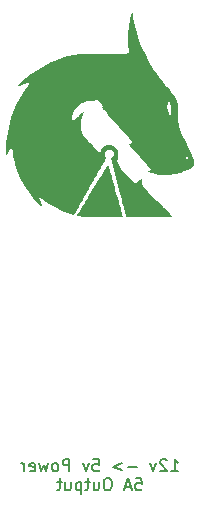
<source format=gbr>
%TF.GenerationSoftware,KiCad,Pcbnew,6.0.2+dfsg-1*%
%TF.CreationDate,2022-12-10T13:13:51-05:00*%
%TF.ProjectId,5v-8a-ps,35762d38-612d-4707-932e-6b696361645f,rev?*%
%TF.SameCoordinates,Original*%
%TF.FileFunction,Legend,Bot*%
%TF.FilePolarity,Positive*%
%FSLAX46Y46*%
G04 Gerber Fmt 4.6, Leading zero omitted, Abs format (unit mm)*
G04 Created by KiCad (PCBNEW 6.0.2+dfsg-1) date 2022-12-10 13:13:51*
%MOMM*%
%LPD*%
G01*
G04 APERTURE LIST*
%ADD10C,0.150000*%
G04 APERTURE END LIST*
D10*
X84763809Y-121567380D02*
X85335238Y-121567380D01*
X85049523Y-121567380D02*
X85049523Y-120567380D01*
X85144761Y-120710238D01*
X85240000Y-120805476D01*
X85335238Y-120853095D01*
X84382857Y-120662619D02*
X84335238Y-120615000D01*
X84240000Y-120567380D01*
X84001904Y-120567380D01*
X83906666Y-120615000D01*
X83859047Y-120662619D01*
X83811428Y-120757857D01*
X83811428Y-120853095D01*
X83859047Y-120995952D01*
X84430476Y-121567380D01*
X83811428Y-121567380D01*
X83478095Y-120900714D02*
X83240000Y-121567380D01*
X83001904Y-120900714D01*
X81859047Y-121186428D02*
X81097142Y-121186428D01*
X80620952Y-120900714D02*
X79859047Y-121186428D01*
X80620952Y-121472142D01*
X78144761Y-120567380D02*
X78620952Y-120567380D01*
X78668571Y-121043571D01*
X78620952Y-120995952D01*
X78525714Y-120948333D01*
X78287619Y-120948333D01*
X78192380Y-120995952D01*
X78144761Y-121043571D01*
X78097142Y-121138809D01*
X78097142Y-121376904D01*
X78144761Y-121472142D01*
X78192380Y-121519761D01*
X78287619Y-121567380D01*
X78525714Y-121567380D01*
X78620952Y-121519761D01*
X78668571Y-121472142D01*
X77763809Y-120900714D02*
X77525714Y-121567380D01*
X77287619Y-120900714D01*
X76144761Y-121567380D02*
X76144761Y-120567380D01*
X75763809Y-120567380D01*
X75668571Y-120615000D01*
X75620952Y-120662619D01*
X75573333Y-120757857D01*
X75573333Y-120900714D01*
X75620952Y-120995952D01*
X75668571Y-121043571D01*
X75763809Y-121091190D01*
X76144761Y-121091190D01*
X75001904Y-121567380D02*
X75097142Y-121519761D01*
X75144761Y-121472142D01*
X75192380Y-121376904D01*
X75192380Y-121091190D01*
X75144761Y-120995952D01*
X75097142Y-120948333D01*
X75001904Y-120900714D01*
X74859047Y-120900714D01*
X74763809Y-120948333D01*
X74716190Y-120995952D01*
X74668571Y-121091190D01*
X74668571Y-121376904D01*
X74716190Y-121472142D01*
X74763809Y-121519761D01*
X74859047Y-121567380D01*
X75001904Y-121567380D01*
X74335238Y-120900714D02*
X74144761Y-121567380D01*
X73954285Y-121091190D01*
X73763809Y-121567380D01*
X73573333Y-120900714D01*
X72811428Y-121519761D02*
X72906666Y-121567380D01*
X73097142Y-121567380D01*
X73192380Y-121519761D01*
X73240000Y-121424523D01*
X73240000Y-121043571D01*
X73192380Y-120948333D01*
X73097142Y-120900714D01*
X72906666Y-120900714D01*
X72811428Y-120948333D01*
X72763809Y-121043571D01*
X72763809Y-121138809D01*
X73240000Y-121234047D01*
X72335238Y-121567380D02*
X72335238Y-120900714D01*
X72335238Y-121091190D02*
X72287619Y-120995952D01*
X72240000Y-120948333D01*
X72144761Y-120900714D01*
X72049523Y-120900714D01*
X81763809Y-122177380D02*
X82240000Y-122177380D01*
X82287619Y-122653571D01*
X82240000Y-122605952D01*
X82144761Y-122558333D01*
X81906666Y-122558333D01*
X81811428Y-122605952D01*
X81763809Y-122653571D01*
X81716190Y-122748809D01*
X81716190Y-122986904D01*
X81763809Y-123082142D01*
X81811428Y-123129761D01*
X81906666Y-123177380D01*
X82144761Y-123177380D01*
X82240000Y-123129761D01*
X82287619Y-123082142D01*
X81335238Y-122891666D02*
X80859047Y-122891666D01*
X81430476Y-123177380D02*
X81097142Y-122177380D01*
X80763809Y-123177380D01*
X79478095Y-122177380D02*
X79287619Y-122177380D01*
X79192380Y-122225000D01*
X79097142Y-122320238D01*
X79049523Y-122510714D01*
X79049523Y-122844047D01*
X79097142Y-123034523D01*
X79192380Y-123129761D01*
X79287619Y-123177380D01*
X79478095Y-123177380D01*
X79573333Y-123129761D01*
X79668571Y-123034523D01*
X79716190Y-122844047D01*
X79716190Y-122510714D01*
X79668571Y-122320238D01*
X79573333Y-122225000D01*
X79478095Y-122177380D01*
X78192380Y-122510714D02*
X78192380Y-123177380D01*
X78620952Y-122510714D02*
X78620952Y-123034523D01*
X78573333Y-123129761D01*
X78478095Y-123177380D01*
X78335238Y-123177380D01*
X78240000Y-123129761D01*
X78192380Y-123082142D01*
X77859047Y-122510714D02*
X77478095Y-122510714D01*
X77716190Y-122177380D02*
X77716190Y-123034523D01*
X77668571Y-123129761D01*
X77573333Y-123177380D01*
X77478095Y-123177380D01*
X77144761Y-122510714D02*
X77144761Y-123510714D01*
X77144761Y-122558333D02*
X77049523Y-122510714D01*
X76859047Y-122510714D01*
X76763809Y-122558333D01*
X76716190Y-122605952D01*
X76668571Y-122701190D01*
X76668571Y-122986904D01*
X76716190Y-123082142D01*
X76763809Y-123129761D01*
X76859047Y-123177380D01*
X77049523Y-123177380D01*
X77144761Y-123129761D01*
X75811428Y-122510714D02*
X75811428Y-123177380D01*
X76240000Y-122510714D02*
X76240000Y-123034523D01*
X76192380Y-123129761D01*
X76097142Y-123177380D01*
X75954285Y-123177380D01*
X75859047Y-123129761D01*
X75811428Y-123082142D01*
X75478095Y-122510714D02*
X75097142Y-122510714D01*
X75335238Y-122177380D02*
X75335238Y-123034523D01*
X75287619Y-123129761D01*
X75192380Y-123177380D01*
X75097142Y-123177380D01*
%TO.C,G\u002A\u002A\u002A*%
G36*
X79442268Y-95633842D02*
G01*
X79442711Y-95634506D01*
X79451418Y-95659087D01*
X79469019Y-95716304D01*
X79494787Y-95803530D01*
X79527995Y-95918140D01*
X79567915Y-96057506D01*
X79613819Y-96219003D01*
X79664980Y-96400006D01*
X79720670Y-96597886D01*
X79780162Y-96810020D01*
X79842728Y-97033779D01*
X79907641Y-97266539D01*
X79974173Y-97505673D01*
X80041596Y-97748555D01*
X80109184Y-97992558D01*
X80176209Y-98235057D01*
X80241942Y-98473426D01*
X80305657Y-98705038D01*
X80366626Y-98927267D01*
X80424121Y-99137487D01*
X80477415Y-99333072D01*
X80525781Y-99511396D01*
X80568490Y-99669833D01*
X80604816Y-99805755D01*
X80634031Y-99916539D01*
X80655407Y-99999556D01*
X80668216Y-100052181D01*
X80671732Y-100071788D01*
X80666080Y-100073051D01*
X80628444Y-100075289D01*
X80557872Y-100077233D01*
X80457066Y-100078868D01*
X80328726Y-100080180D01*
X80175550Y-100081152D01*
X80000240Y-100081770D01*
X79805496Y-100082019D01*
X79594016Y-100081883D01*
X79368502Y-100081348D01*
X79131653Y-100080399D01*
X79080472Y-100080153D01*
X78807127Y-100078812D01*
X78567237Y-100077496D01*
X78357761Y-100076069D01*
X78175657Y-100074390D01*
X78017883Y-100072323D01*
X77881398Y-100069729D01*
X77763160Y-100066469D01*
X77660128Y-100062407D01*
X77569260Y-100057403D01*
X77487514Y-100051320D01*
X77411849Y-100044019D01*
X77339223Y-100035362D01*
X77266595Y-100025212D01*
X77190923Y-100013429D01*
X77109165Y-99999877D01*
X77018280Y-99984416D01*
X76949712Y-99972564D01*
X76872500Y-99958253D01*
X76822419Y-99946844D01*
X76793773Y-99936648D01*
X76780865Y-99925974D01*
X76778002Y-99913133D01*
X76778540Y-99911424D01*
X76792413Y-99885320D01*
X76824027Y-99830453D01*
X76872014Y-99749058D01*
X76935008Y-99643372D01*
X77011639Y-99515631D01*
X77100543Y-99368073D01*
X77200350Y-99202933D01*
X77309694Y-99022448D01*
X77427207Y-98828855D01*
X77551522Y-98624391D01*
X77681272Y-98411291D01*
X77815089Y-98191793D01*
X77951607Y-97968133D01*
X78089457Y-97742549D01*
X78227272Y-97517275D01*
X78363686Y-97294549D01*
X78497330Y-97076608D01*
X78626838Y-96865688D01*
X78750842Y-96664026D01*
X78867974Y-96473858D01*
X78976868Y-96297421D01*
X79076157Y-96136951D01*
X79164472Y-95994686D01*
X79240446Y-95872861D01*
X79302713Y-95773713D01*
X79349905Y-95699479D01*
X79380654Y-95652396D01*
X79393593Y-95634700D01*
X79411467Y-95626437D01*
X79442268Y-95633842D01*
G37*
G36*
X86708777Y-95476949D02*
G01*
X86696614Y-95586817D01*
X86668096Y-95672404D01*
X86609606Y-95767306D01*
X86532678Y-95851820D01*
X86430355Y-95929847D01*
X86315338Y-96000164D01*
X86105264Y-96105705D01*
X85865341Y-96202189D01*
X85599621Y-96288048D01*
X85312157Y-96361720D01*
X85264132Y-96372451D01*
X85077307Y-96411334D01*
X84909171Y-96440471D01*
X84748616Y-96461085D01*
X84584537Y-96474399D01*
X84405824Y-96481636D01*
X84201370Y-96484019D01*
X84098653Y-96483981D01*
X83975536Y-96482908D01*
X83876945Y-96480192D01*
X83795480Y-96475347D01*
X83723738Y-96467887D01*
X83654317Y-96457325D01*
X83579816Y-96443175D01*
X83530203Y-96432606D01*
X83410247Y-96403763D01*
X83283451Y-96369563D01*
X83158426Y-96332613D01*
X83043786Y-96295521D01*
X82948143Y-96260894D01*
X82880108Y-96231340D01*
X82854538Y-96217600D01*
X82828549Y-96196901D01*
X82830258Y-96177033D01*
X82861749Y-96152793D01*
X82925105Y-96118977D01*
X82976967Y-96088632D01*
X83003178Y-96058822D01*
X83012960Y-96018916D01*
X83012828Y-96007187D01*
X83008752Y-95991332D01*
X82998853Y-95970690D01*
X82981405Y-95943196D01*
X82954683Y-95906787D01*
X82916960Y-95859399D01*
X82866510Y-95798971D01*
X82801607Y-95723437D01*
X82720525Y-95630735D01*
X82621537Y-95518801D01*
X82502919Y-95385573D01*
X82362943Y-95228986D01*
X82199883Y-95046977D01*
X82151622Y-94993151D01*
X82009999Y-94835295D01*
X81874147Y-94684013D01*
X81777164Y-94576121D01*
X85965587Y-94576121D01*
X85967086Y-94600839D01*
X85974981Y-94650775D01*
X85987816Y-94716491D01*
X86001153Y-94791956D01*
X86012757Y-94885204D01*
X86017868Y-94964567D01*
X86019568Y-95077865D01*
X86137947Y-95185735D01*
X86169716Y-95214278D01*
X86218568Y-95254082D01*
X86245831Y-95266111D01*
X86253499Y-95248699D01*
X86243565Y-95200183D01*
X86218025Y-95118899D01*
X86202493Y-95076495D01*
X86175102Y-95009172D01*
X86141026Y-94930091D01*
X86103298Y-94845796D01*
X86064950Y-94762831D01*
X86029017Y-94687740D01*
X85998530Y-94627067D01*
X85976522Y-94587355D01*
X85966026Y-94575150D01*
X85965587Y-94576121D01*
X81777164Y-94576121D01*
X81746431Y-94541931D01*
X81629219Y-94411675D01*
X81524875Y-94295872D01*
X81435765Y-94197147D01*
X81364256Y-94118128D01*
X81312714Y-94061442D01*
X81283504Y-94029713D01*
X81234042Y-93972981D01*
X81199832Y-93918653D01*
X81196262Y-93880299D01*
X81223297Y-93855299D01*
X81280900Y-93841031D01*
X81313899Y-93834606D01*
X81382780Y-93807330D01*
X81433934Y-93767887D01*
X81457715Y-93722731D01*
X81457967Y-93721279D01*
X81459627Y-93715297D01*
X81461020Y-93709895D01*
X81460800Y-93703499D01*
X81457617Y-93694536D01*
X81450123Y-93681434D01*
X81436972Y-93662620D01*
X81416814Y-93636519D01*
X81388301Y-93601561D01*
X81350086Y-93556171D01*
X81300821Y-93498777D01*
X81239157Y-93427805D01*
X81163747Y-93341682D01*
X81073243Y-93238837D01*
X80966295Y-93117695D01*
X80841558Y-92976684D01*
X80697681Y-92814230D01*
X80533318Y-92628761D01*
X80347121Y-92418704D01*
X80137740Y-92182486D01*
X80056417Y-92090690D01*
X79889214Y-91901700D01*
X79729626Y-91720977D01*
X79579351Y-91550462D01*
X79440088Y-91392094D01*
X79313536Y-91247815D01*
X79201392Y-91119566D01*
X79105355Y-91009287D01*
X79027123Y-90918918D01*
X78968394Y-90850402D01*
X78930868Y-90805678D01*
X78916242Y-90786687D01*
X78907471Y-90757826D01*
X78921201Y-90740897D01*
X78925864Y-90738322D01*
X84368699Y-90738322D01*
X84422480Y-90834606D01*
X84436229Y-90860760D01*
X84476740Y-90950954D01*
X84521738Y-91066731D01*
X84568511Y-91200484D01*
X84614349Y-91344605D01*
X84656543Y-91491491D01*
X84657528Y-91495124D01*
X84686453Y-91597212D01*
X84709752Y-91667322D01*
X84728143Y-91704733D01*
X84742345Y-91708725D01*
X84753076Y-91678577D01*
X84761055Y-91613570D01*
X84767001Y-91512982D01*
X84771631Y-91376092D01*
X84771846Y-91367930D01*
X84770715Y-91126429D01*
X84753142Y-90901672D01*
X84717296Y-90678135D01*
X84661348Y-90440292D01*
X84639915Y-90359353D01*
X84619276Y-90280497D01*
X84603619Y-90219669D01*
X84595246Y-90185736D01*
X84585826Y-90159700D01*
X84569827Y-90144082D01*
X84557951Y-90153251D01*
X84545249Y-90185736D01*
X84528197Y-90267493D01*
X84505070Y-90372567D01*
X84485094Y-90453217D01*
X84466209Y-90516831D01*
X84446355Y-90570798D01*
X84423472Y-90622506D01*
X84368699Y-90738322D01*
X78925864Y-90738322D01*
X78950056Y-90724962D01*
X78984554Y-90688785D01*
X78999184Y-90651172D01*
X78997028Y-90645767D01*
X78975771Y-90616006D01*
X78935534Y-90566680D01*
X78880940Y-90502911D01*
X78816616Y-90429818D01*
X78747186Y-90352522D01*
X78677276Y-90276145D01*
X78611509Y-90205807D01*
X78554512Y-90146628D01*
X78510908Y-90103729D01*
X78485324Y-90082232D01*
X78467397Y-90076609D01*
X78418998Y-90084649D01*
X78361768Y-90114546D01*
X78305590Y-90161918D01*
X78255606Y-90214090D01*
X78030347Y-90204703D01*
X77971574Y-90202571D01*
X77875973Y-90201678D01*
X77797642Y-90206068D01*
X77723570Y-90216743D01*
X77640747Y-90234706D01*
X77424237Y-90302082D01*
X77201525Y-90408096D01*
X76994539Y-90547614D01*
X76803352Y-90720596D01*
X76646960Y-90904941D01*
X76517272Y-91108412D01*
X76421051Y-91322693D01*
X76359922Y-91544760D01*
X76340754Y-91665798D01*
X76333465Y-91775081D01*
X76340941Y-91855218D01*
X76363006Y-91904531D01*
X76399484Y-91921341D01*
X76404650Y-91919459D01*
X76435339Y-91898791D01*
X76488109Y-91857968D01*
X76559056Y-91800303D01*
X76644278Y-91729109D01*
X76739870Y-91647699D01*
X76841928Y-91559385D01*
X76946551Y-91467482D01*
X77049833Y-91375301D01*
X77147872Y-91286157D01*
X77193920Y-91244183D01*
X77271092Y-91176505D01*
X77326474Y-91132844D01*
X77362733Y-91111455D01*
X77382534Y-91110591D01*
X77388542Y-91128507D01*
X77388450Y-91129689D01*
X77379994Y-91157498D01*
X77359785Y-91211190D01*
X77330640Y-91283548D01*
X77295372Y-91367355D01*
X77275579Y-91414495D01*
X77178902Y-91686441D01*
X77115475Y-91949644D01*
X77085384Y-92202775D01*
X77088715Y-92444510D01*
X77125556Y-92673522D01*
X77195993Y-92888484D01*
X77211724Y-92924688D01*
X77243638Y-92990526D01*
X77280591Y-93055613D01*
X77325263Y-93123277D01*
X77380334Y-93196847D01*
X77448484Y-93279653D01*
X77532393Y-93375023D01*
X77634741Y-93486287D01*
X77758208Y-93616774D01*
X77905473Y-93769812D01*
X77905969Y-93770324D01*
X78023932Y-93892354D01*
X78139670Y-94012288D01*
X78249257Y-94126046D01*
X78348771Y-94229546D01*
X78434286Y-94318706D01*
X78501877Y-94389445D01*
X78547621Y-94437681D01*
X78599010Y-94490135D01*
X78652724Y-94539981D01*
X78694130Y-94572855D01*
X78717044Y-94583438D01*
X78734684Y-94567567D01*
X78759592Y-94525253D01*
X78784455Y-94466689D01*
X78817285Y-94387529D01*
X78904753Y-94241866D01*
X79016274Y-94122711D01*
X79149267Y-94032033D01*
X79301152Y-93971803D01*
X79469347Y-93943989D01*
X79539617Y-93942005D01*
X79700370Y-93958952D01*
X79846331Y-94008185D01*
X79981140Y-94091216D01*
X80108437Y-94209558D01*
X80184020Y-94305177D01*
X80240939Y-94411947D01*
X80275003Y-94529529D01*
X80287145Y-94663145D01*
X80278296Y-94818018D01*
X80249390Y-94999373D01*
X80233410Y-95082109D01*
X80218910Y-95165318D01*
X80211112Y-95228232D01*
X80209362Y-95279864D01*
X80213007Y-95329225D01*
X80221392Y-95385327D01*
X80221990Y-95388809D01*
X80257258Y-95519823D01*
X80315756Y-95658508D01*
X80390838Y-95791306D01*
X80475862Y-95904657D01*
X80527326Y-95961714D01*
X80599976Y-96040378D01*
X80686765Y-96132981D01*
X80784647Y-96236386D01*
X80890575Y-96347453D01*
X81001502Y-96463041D01*
X81114381Y-96580012D01*
X81226165Y-96695225D01*
X81333807Y-96805541D01*
X81434261Y-96907821D01*
X81524479Y-96998924D01*
X81601415Y-97075711D01*
X81662021Y-97135044D01*
X81703252Y-97173781D01*
X81722059Y-97188783D01*
X81723997Y-97189382D01*
X81744110Y-97192718D01*
X81766343Y-97188482D01*
X81794826Y-97173694D01*
X81833688Y-97145377D01*
X81887060Y-97100550D01*
X81959070Y-97036236D01*
X82053848Y-96949456D01*
X82097399Y-96909851D01*
X82166986Y-96848738D01*
X82224869Y-96800623D01*
X82265983Y-96769653D01*
X82285262Y-96759978D01*
X82294193Y-96765553D01*
X82298906Y-96779866D01*
X82297894Y-96809532D01*
X82290860Y-96861576D01*
X82277506Y-96943025D01*
X82277251Y-96944546D01*
X82270304Y-97098035D01*
X82299718Y-97252472D01*
X82365004Y-97405274D01*
X82391581Y-97447834D01*
X82438402Y-97511212D01*
X82503125Y-97590283D01*
X82586665Y-97686007D01*
X82689934Y-97799344D01*
X82813848Y-97931253D01*
X82959319Y-98082695D01*
X83127263Y-98254630D01*
X83318592Y-98448017D01*
X83534222Y-98663816D01*
X83775065Y-98902987D01*
X84042036Y-99166490D01*
X84131732Y-99254877D01*
X84278884Y-99400250D01*
X84416758Y-99536915D01*
X84543209Y-99662720D01*
X84656091Y-99775514D01*
X84753260Y-99873144D01*
X84832570Y-99953460D01*
X84891876Y-100014310D01*
X84929033Y-100053542D01*
X84941895Y-100069005D01*
X84935977Y-100070416D01*
X84897590Y-100072791D01*
X84825151Y-100075016D01*
X84720557Y-100077074D01*
X84585706Y-100078949D01*
X84422493Y-100080625D01*
X84232816Y-100082088D01*
X84018572Y-100083319D01*
X83781657Y-100084305D01*
X83523969Y-100085029D01*
X83247404Y-100085475D01*
X82953859Y-100085627D01*
X80965823Y-100085627D01*
X80926771Y-99942150D01*
X80925453Y-99937241D01*
X80914201Y-99894032D01*
X80894604Y-99817700D01*
X80867235Y-99710515D01*
X80832671Y-99574749D01*
X80791488Y-99412673D01*
X80744262Y-99226556D01*
X80691567Y-99018671D01*
X80633980Y-98791289D01*
X80572077Y-98546679D01*
X80506432Y-98287113D01*
X80437623Y-98014862D01*
X80366224Y-97732196D01*
X80292811Y-97441387D01*
X79697902Y-95084100D01*
X79772331Y-95006912D01*
X79806625Y-94969498D01*
X79865186Y-94888095D01*
X79896834Y-94807361D01*
X79906326Y-94717004D01*
X79889269Y-94605089D01*
X79839852Y-94502446D01*
X79762495Y-94417512D01*
X79661622Y-94356798D01*
X79637214Y-94347623D01*
X79528427Y-94329108D01*
X79420927Y-94343572D01*
X79321423Y-94388261D01*
X79236626Y-94460420D01*
X79173247Y-94557294D01*
X79143589Y-94637712D01*
X79132021Y-94745543D01*
X79156388Y-94849987D01*
X79217113Y-94954871D01*
X79228412Y-94970281D01*
X79249935Y-95006456D01*
X79251391Y-95035864D01*
X79235304Y-95075206D01*
X79232442Y-95080835D01*
X79212364Y-95117965D01*
X79175984Y-95183803D01*
X79124533Y-95276172D01*
X79059243Y-95392895D01*
X78981345Y-95531794D01*
X78892070Y-95690693D01*
X78792651Y-95867413D01*
X78684318Y-96059777D01*
X78568302Y-96265609D01*
X78445836Y-96482730D01*
X78318149Y-96708963D01*
X78186475Y-96942130D01*
X78052043Y-97180056D01*
X77916086Y-97420561D01*
X77779835Y-97661469D01*
X77644521Y-97900603D01*
X77511375Y-98135784D01*
X77381630Y-98364836D01*
X77256515Y-98585581D01*
X77137263Y-98795842D01*
X77025105Y-98993442D01*
X76921273Y-99176203D01*
X76826997Y-99341947D01*
X76743509Y-99488498D01*
X76672040Y-99613678D01*
X76613823Y-99715310D01*
X76570087Y-99791215D01*
X76542065Y-99839218D01*
X76530988Y-99857140D01*
X76521557Y-99862089D01*
X76492401Y-99863031D01*
X76442078Y-99854445D01*
X76365988Y-99835449D01*
X76259530Y-99805162D01*
X75967534Y-99711915D01*
X75504521Y-99533223D01*
X75052906Y-99320703D01*
X74615745Y-99075977D01*
X74196090Y-98800667D01*
X73796997Y-98496398D01*
X73759834Y-98466244D01*
X73704958Y-98423117D01*
X73664930Y-98393472D01*
X73646531Y-98382443D01*
X73635991Y-98387302D01*
X73611419Y-98410728D01*
X73604085Y-98433414D01*
X73608642Y-98474942D01*
X73626749Y-98537454D01*
X73659403Y-98623857D01*
X73707601Y-98737057D01*
X73772340Y-98879959D01*
X73795922Y-98932096D01*
X73825130Y-99000378D01*
X73845124Y-99051896D01*
X73852536Y-99078324D01*
X73845308Y-99097003D01*
X73816239Y-99122555D01*
X73810132Y-99125325D01*
X73790808Y-99126818D01*
X73765022Y-99116013D01*
X73727756Y-99089529D01*
X73673992Y-99043986D01*
X73598710Y-98976001D01*
X73494903Y-98877859D01*
X73293649Y-98671866D01*
X73089210Y-98443488D01*
X72888457Y-98200549D01*
X72698264Y-97950874D01*
X72466086Y-97612603D01*
X72219513Y-97203078D01*
X71998310Y-96778253D01*
X71804598Y-96342944D01*
X71640496Y-95901969D01*
X71508124Y-95460145D01*
X71409601Y-95022289D01*
X71399032Y-94963070D01*
X71378121Y-94831916D01*
X71358652Y-94692624D01*
X71341676Y-94554105D01*
X71328246Y-94425270D01*
X71319416Y-94315027D01*
X71316239Y-94232289D01*
X71313367Y-94179444D01*
X71297677Y-94116233D01*
X71270002Y-94082251D01*
X71232255Y-94080940D01*
X71226179Y-94084819D01*
X71198937Y-94117540D01*
X71160006Y-94178612D01*
X71111701Y-94263833D01*
X71056339Y-94369002D01*
X70996236Y-94489919D01*
X70933709Y-94622383D01*
X70929540Y-94631431D01*
X70887994Y-94719320D01*
X70856982Y-94778652D01*
X70833112Y-94814612D01*
X70812993Y-94832385D01*
X70793233Y-94837157D01*
X70782757Y-94836843D01*
X70769697Y-94832594D01*
X70760658Y-94818908D01*
X70754698Y-94790268D01*
X70750878Y-94741158D01*
X70748257Y-94666061D01*
X70745895Y-94559461D01*
X70744932Y-94491127D01*
X70753221Y-94124476D01*
X70782933Y-93735711D01*
X70833080Y-93330866D01*
X70902676Y-92915978D01*
X70990733Y-92497083D01*
X71096263Y-92080216D01*
X71218280Y-91671414D01*
X71289142Y-91460503D01*
X71461631Y-91003548D01*
X71657443Y-90551828D01*
X71873437Y-90111542D01*
X72106474Y-89688890D01*
X72353413Y-89290072D01*
X72611116Y-88921287D01*
X72648319Y-88870881D01*
X72697727Y-88800595D01*
X72726928Y-88751803D01*
X72737957Y-88719877D01*
X72732849Y-88700188D01*
X72713638Y-88688109D01*
X72708517Y-88686666D01*
X72663271Y-88688105D01*
X72590680Y-88703337D01*
X72495883Y-88730652D01*
X72384019Y-88768339D01*
X72260229Y-88814687D01*
X72129652Y-88867985D01*
X71997426Y-88926522D01*
X71956724Y-88944548D01*
X71888716Y-88971156D01*
X71836061Y-88987263D01*
X71807667Y-88989892D01*
X71787186Y-88976865D01*
X71780824Y-88952717D01*
X71795872Y-88916523D01*
X71834141Y-88865434D01*
X71897445Y-88796601D01*
X71987597Y-88707176D01*
X72129820Y-88573465D01*
X72489042Y-88264090D01*
X72876229Y-87966755D01*
X73286341Y-87684319D01*
X73714337Y-87419638D01*
X74155177Y-87175572D01*
X74603820Y-86954977D01*
X75055227Y-86760712D01*
X75504358Y-86595634D01*
X75946171Y-86462602D01*
X76138790Y-86415330D01*
X76380564Y-86364570D01*
X76629647Y-86320356D01*
X76870175Y-86285722D01*
X76926617Y-86278725D01*
X77022845Y-86267155D01*
X77113524Y-86256969D01*
X77201494Y-86248088D01*
X77289591Y-86240431D01*
X77380656Y-86233920D01*
X77477525Y-86228475D01*
X77583038Y-86224017D01*
X77700031Y-86220465D01*
X77831345Y-86217742D01*
X77979816Y-86215766D01*
X78148284Y-86214459D01*
X78339586Y-86213742D01*
X78556561Y-86213534D01*
X78802046Y-86213756D01*
X79078881Y-86214330D01*
X79389904Y-86215175D01*
X79493962Y-86215470D01*
X79782152Y-86216202D01*
X80036125Y-86216683D01*
X80257989Y-86216888D01*
X80449851Y-86216791D01*
X80613819Y-86216369D01*
X80751998Y-86215594D01*
X80866497Y-86214443D01*
X80959423Y-86212889D01*
X81032882Y-86210908D01*
X81088981Y-86208474D01*
X81129828Y-86205563D01*
X81157529Y-86202148D01*
X81174193Y-86198205D01*
X81181925Y-86193708D01*
X81185827Y-86187776D01*
X81192469Y-86161846D01*
X81193002Y-86117151D01*
X81187262Y-86047801D01*
X81175085Y-85947907D01*
X81170195Y-85908865D01*
X81158066Y-85798914D01*
X81145592Y-85670568D01*
X81133988Y-85536742D01*
X81124470Y-85410353D01*
X81116653Y-85248796D01*
X81114465Y-84988921D01*
X81122557Y-84708092D01*
X81140162Y-84414545D01*
X81166516Y-84116517D01*
X81200856Y-83822242D01*
X81242415Y-83539958D01*
X81290431Y-83277898D01*
X81344137Y-83044300D01*
X81363400Y-82971422D01*
X81385895Y-82893167D01*
X81404441Y-82841779D01*
X81421608Y-82811813D01*
X81439965Y-82797826D01*
X81462080Y-82794373D01*
X81482901Y-82795211D01*
X81498527Y-82799002D01*
X81499134Y-82803313D01*
X81504433Y-82836404D01*
X81514303Y-82896575D01*
X81527672Y-82977304D01*
X81543465Y-83072070D01*
X81567189Y-83209009D01*
X81701432Y-83853109D01*
X81871389Y-84488915D01*
X82076416Y-85114748D01*
X82315870Y-85728929D01*
X82589109Y-86329779D01*
X82895489Y-86915621D01*
X83234366Y-87484774D01*
X83288316Y-87569138D01*
X83367763Y-87690045D01*
X83448343Y-87808119D01*
X83532668Y-87926745D01*
X83623350Y-88049310D01*
X83723000Y-88179198D01*
X83834230Y-88319796D01*
X83959652Y-88474490D01*
X84101877Y-88646664D01*
X84263518Y-88839706D01*
X84447186Y-89056999D01*
X84544707Y-89172180D01*
X84666777Y-89317277D01*
X84768690Y-89439923D01*
X84852917Y-89543340D01*
X84921933Y-89630749D01*
X84978210Y-89705372D01*
X85024223Y-89770431D01*
X85062443Y-89829147D01*
X85095344Y-89884742D01*
X85125399Y-89940437D01*
X85134303Y-89957750D01*
X85179568Y-90051551D01*
X85217685Y-90143446D01*
X85249349Y-90237759D01*
X85275257Y-90338814D01*
X85296103Y-90450936D01*
X85312584Y-90578450D01*
X85325395Y-90725681D01*
X85335233Y-90896954D01*
X85342792Y-91096592D01*
X85348769Y-91328921D01*
X85349481Y-91361364D01*
X85349645Y-91367930D01*
X85354538Y-91564223D01*
X85360395Y-91736196D01*
X85367747Y-91882644D01*
X85377292Y-92008928D01*
X85389726Y-92120407D01*
X85405746Y-92222443D01*
X85426049Y-92320395D01*
X85451332Y-92419624D01*
X85482290Y-92525490D01*
X85519622Y-92643353D01*
X85542602Y-92713047D01*
X85570136Y-92792744D01*
X85599156Y-92871602D01*
X85631192Y-92953006D01*
X85667776Y-93040338D01*
X85710440Y-93136983D01*
X85760716Y-93246322D01*
X85820134Y-93371741D01*
X85890227Y-93516621D01*
X85972526Y-93684346D01*
X86068562Y-93878300D01*
X86179868Y-94101866D01*
X86196167Y-94134585D01*
X86280292Y-94304695D01*
X86360431Y-94468737D01*
X86434764Y-94622859D01*
X86501474Y-94763208D01*
X86558742Y-94885932D01*
X86604748Y-94987176D01*
X86637674Y-95063089D01*
X86655701Y-95109817D01*
X86684820Y-95219735D01*
X86689203Y-95248699D01*
X86704781Y-95351642D01*
X86708777Y-95476949D01*
G37*
%TD*%
M02*

</source>
